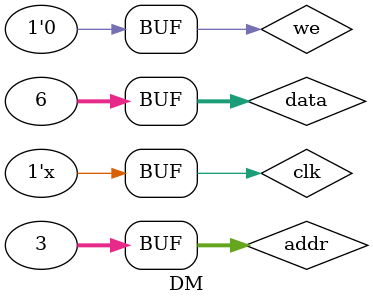
<source format=v>
`timescale 1ns / 1ps


module DM(

    );
    reg clk,we;
    reg [31:0] data;
    reg [31:0] addr;
    wire [31:0] spo;
    initial begin
         clk = 0;
         # 55 begin
         data = 4;
         addr = 3;
         we =1;
         end
         # 10
         data = 6;
         # 10
         we =0;
    end
    data_ram dataass(
    .a(addr),
    .spo(spo),
    .d(data),
    .clk(clk),
    .we(we));
    always #5 clk=~clk;
endmodule

</source>
